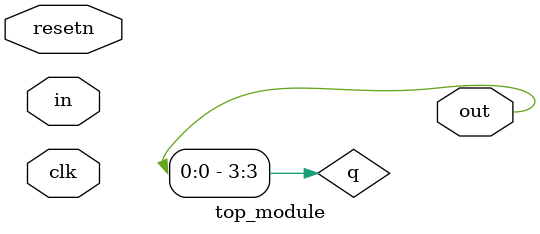
<source format=sv>
module top_module (
	input clk,
	input resetn,
	input in,
	output out
);

reg [3:0] d;
reg [3:0] q;

always @(posedge clk or negedge resetn) begin
	if (!resetn) begin
		d <= 4'b0;
	end else begin
		d <= {q[2:0], in};
	end
end

assign out = q[3];

endmodule

</source>
